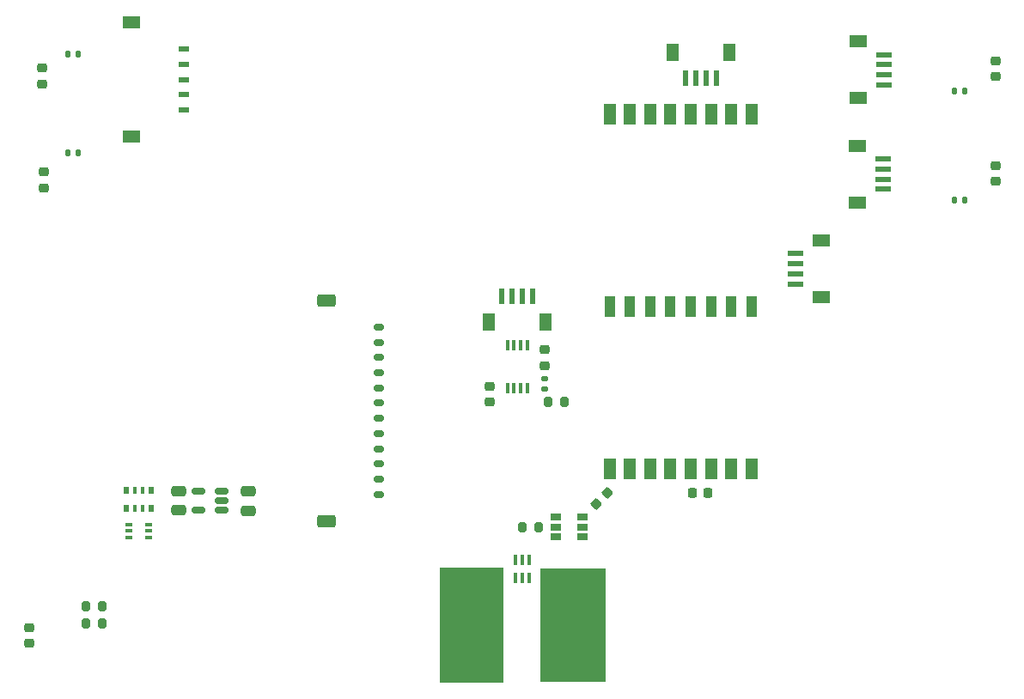
<source format=gbr>
%TF.GenerationSoftware,KiCad,Pcbnew,8.0.2-1*%
%TF.CreationDate,2024-06-23T19:16:47-07:00*%
%TF.ProjectId,antenna_top_cap_v2,616e7465-6e6e-4615-9f74-6f705f636170,rev?*%
%TF.SameCoordinates,Original*%
%TF.FileFunction,Paste,Top*%
%TF.FilePolarity,Positive*%
%FSLAX46Y46*%
G04 Gerber Fmt 4.6, Leading zero omitted, Abs format (unit mm)*
G04 Created by KiCad (PCBNEW 8.0.2-1) date 2024-06-23 19:16:47*
%MOMM*%
%LPD*%
G01*
G04 APERTURE LIST*
G04 Aperture macros list*
%AMRoundRect*
0 Rectangle with rounded corners*
0 $1 Rounding radius*
0 $2 $3 $4 $5 $6 $7 $8 $9 X,Y pos of 4 corners*
0 Add a 4 corners polygon primitive as box body*
4,1,4,$2,$3,$4,$5,$6,$7,$8,$9,$2,$3,0*
0 Add four circle primitives for the rounded corners*
1,1,$1+$1,$2,$3*
1,1,$1+$1,$4,$5*
1,1,$1+$1,$6,$7*
1,1,$1+$1,$8,$9*
0 Add four rect primitives between the rounded corners*
20,1,$1+$1,$2,$3,$4,$5,0*
20,1,$1+$1,$4,$5,$6,$7,0*
20,1,$1+$1,$6,$7,$8,$9,0*
20,1,$1+$1,$8,$9,$2,$3,0*%
G04 Aperture macros list end*
%ADD10RoundRect,0.200000X-0.200000X-0.275000X0.200000X-0.275000X0.200000X0.275000X-0.200000X0.275000X0*%
%ADD11R,0.600000X1.550000*%
%ADD12R,1.200000X1.800000*%
%ADD13R,0.350000X1.000000*%
%ADD14R,1.000000X2.000000*%
%ADD15R,1.550000X0.600000*%
%ADD16R,1.800000X1.200000*%
%ADD17R,1.000000X0.700000*%
%ADD18RoundRect,0.218750X0.256250X-0.218750X0.256250X0.218750X-0.256250X0.218750X-0.256250X-0.218750X0*%
%ADD19RoundRect,0.250000X0.475000X-0.250000X0.475000X0.250000X-0.475000X0.250000X-0.475000X-0.250000X0*%
%ADD20RoundRect,0.135000X0.135000X0.185000X-0.135000X0.185000X-0.135000X-0.185000X0.135000X-0.185000X0*%
%ADD21RoundRect,0.218750X-0.256250X0.218750X-0.256250X-0.218750X0.256250X-0.218750X0.256250X0.218750X0*%
%ADD22RoundRect,0.200000X0.200000X0.275000X-0.200000X0.275000X-0.200000X-0.275000X0.200000X-0.275000X0*%
%ADD23RoundRect,0.225000X0.225000X0.250000X-0.225000X0.250000X-0.225000X-0.250000X0.225000X-0.250000X0*%
%ADD24RoundRect,0.135000X-0.135000X-0.185000X0.135000X-0.185000X0.135000X0.185000X-0.135000X0.185000X0*%
%ADD25RoundRect,0.150000X-0.350000X0.150000X-0.350000X-0.150000X0.350000X-0.150000X0.350000X0.150000X0*%
%ADD26RoundRect,0.250000X-0.650000X0.375000X-0.650000X-0.375000X0.650000X-0.375000X0.650000X0.375000X0*%
%ADD27R,6.390000X11.320000*%
%ADD28R,6.400000X11.300000*%
%ADD29R,1.000000X0.600000*%
%ADD30R,1.800000X1.250000*%
%ADD31RoundRect,0.150000X0.512500X0.150000X-0.512500X0.150000X-0.512500X-0.150000X0.512500X-0.150000X0*%
%ADD32R,0.400000X1.100000*%
%ADD33RoundRect,0.225000X-0.250000X0.225000X-0.250000X-0.225000X0.250000X-0.225000X0.250000X0.225000X0*%
%ADD34R,1.300000X2.000000*%
%ADD35RoundRect,0.225000X0.250000X-0.225000X0.250000X0.225000X-0.250000X0.225000X-0.250000X-0.225000X0*%
%ADD36R,0.650000X0.400000*%
%ADD37RoundRect,0.225000X-0.017678X0.335876X-0.335876X0.017678X0.017678X-0.335876X0.335876X-0.017678X0*%
%ADD38R,0.500000X0.800000*%
%ADD39R,0.400000X0.800000*%
%ADD40RoundRect,0.135000X0.185000X-0.135000X0.185000X0.135000X-0.185000X0.135000X-0.185000X-0.135000X0*%
G04 APERTURE END LIST*
D10*
%TO.C,R4*%
X122695800Y-135769400D03*
X124345800Y-135769400D03*
%TD*%
D11*
%TO.C,J17*%
X181845800Y-81944400D03*
X182845800Y-81944400D03*
X183845800Y-81944400D03*
X184845800Y-81944400D03*
D12*
X180545800Y-79419400D03*
X186145800Y-79419400D03*
%TD*%
D13*
%TO.C,U3*%
X166395800Y-129469399D03*
X165745800Y-129469400D03*
X165095800Y-129469399D03*
X165095800Y-131269401D03*
X165745800Y-131269400D03*
X166395800Y-131269401D03*
%TD*%
D14*
%TO.C,U6*%
X188345800Y-104529400D03*
X186345800Y-104529400D03*
X184345800Y-104529400D03*
X182345800Y-104529400D03*
X180345800Y-104529400D03*
X178345800Y-104529400D03*
X176345800Y-104529400D03*
X174345800Y-104529400D03*
X174345800Y-120529400D03*
X176345800Y-120529400D03*
X178345800Y-120529400D03*
X180345800Y-120529400D03*
X182345800Y-120529400D03*
X184345800Y-120529400D03*
X186345800Y-120529400D03*
X188345800Y-120529400D03*
%TD*%
D15*
%TO.C,J16*%
X201350800Y-82659400D03*
X201350800Y-81659400D03*
X201350800Y-80659400D03*
X201350800Y-79659400D03*
D16*
X198825800Y-83959400D03*
X198825800Y-78359400D03*
%TD*%
D17*
%TO.C,U4*%
X171645800Y-127169400D03*
X171645800Y-126219400D03*
X171645800Y-125269400D03*
X169045800Y-125269400D03*
X169045800Y-126219400D03*
X169045800Y-127169400D03*
%TD*%
D18*
%TO.C,D1*%
X167945800Y-110306900D03*
X167945800Y-108731900D03*
%TD*%
D15*
%TO.C,J14*%
X201305800Y-92939400D03*
X201305800Y-91939400D03*
X201305800Y-90939400D03*
X201305800Y-89939400D03*
D16*
X198780800Y-94239400D03*
X198780800Y-88639400D03*
%TD*%
D18*
%TO.C,D4*%
X212355800Y-92154400D03*
X212355800Y-90579400D03*
%TD*%
%TO.C,D5*%
X212365800Y-81824400D03*
X212365800Y-80249400D03*
%TD*%
D11*
%TO.C,J4*%
X166745800Y-103506900D03*
X165745800Y-103506900D03*
X164745800Y-103506900D03*
X163745800Y-103506900D03*
D12*
X168045800Y-106031900D03*
X162445800Y-106031900D03*
%TD*%
D19*
%TO.C,C2*%
X131845800Y-124569399D03*
X131845800Y-122669401D03*
%TD*%
D20*
%TO.C,R6*%
X121995800Y-89359400D03*
X120975800Y-89359400D03*
%TD*%
D19*
%TO.C,C1*%
X138745800Y-124619400D03*
X138745800Y-122719400D03*
%TD*%
D21*
%TO.C,D3*%
X118595800Y-91199400D03*
X118595800Y-92774400D03*
%TD*%
D22*
%TO.C,R10*%
X167370800Y-126219400D03*
X165720800Y-126219400D03*
%TD*%
D23*
%TO.C,C4*%
X184050800Y-122869400D03*
X182500800Y-122869400D03*
%TD*%
D24*
%TO.C,R8*%
X208325800Y-83259400D03*
X209345800Y-83259400D03*
%TD*%
D25*
%TO.C,J19*%
X151645800Y-106519401D03*
X151645800Y-108019400D03*
X151645800Y-109519400D03*
X151645800Y-111019400D03*
X151645800Y-112519400D03*
X151645800Y-114019399D03*
X151645800Y-115519401D03*
X151645800Y-117019400D03*
X151645800Y-118519400D03*
X151645800Y-120019400D03*
X151645800Y-121519400D03*
X151645800Y-123019399D03*
D26*
X146455800Y-103914400D03*
X146455800Y-125624400D03*
%TD*%
D27*
%TO.C,J6*%
X160783800Y-135889400D03*
D28*
X170745800Y-135869400D03*
%TD*%
D10*
%TO.C,R9*%
X168245800Y-113919400D03*
X169895800Y-113919400D03*
%TD*%
D29*
%TO.C,J12*%
X132415800Y-79119400D03*
X132415800Y-80619400D03*
X132415800Y-82119400D03*
X132415800Y-83619400D03*
X132415800Y-85119400D03*
D30*
X127225800Y-76514400D03*
X127225800Y-87724400D03*
%TD*%
D31*
%TO.C,U2*%
X136083300Y-124569399D03*
X136083300Y-123619400D03*
X136083300Y-122669401D03*
X133808300Y-122669401D03*
X133808300Y-124569399D03*
%TD*%
D32*
%TO.C,IC1*%
X166220801Y-108269400D03*
X165570800Y-108269400D03*
X164920800Y-108269400D03*
X164270799Y-108269400D03*
X164270799Y-112569400D03*
X164920800Y-112569400D03*
X165570800Y-112569400D03*
X166220801Y-112569400D03*
%TD*%
D24*
%TO.C,R7*%
X208345800Y-94019400D03*
X209365800Y-94019400D03*
%TD*%
D10*
%TO.C,R2*%
X122710800Y-134049400D03*
X124360800Y-134049400D03*
%TD*%
D33*
%TO.C,C3*%
X117145800Y-136144400D03*
X117145800Y-137694400D03*
%TD*%
D34*
%TO.C,U5*%
X174337300Y-120534401D03*
X176337300Y-120534401D03*
X178337300Y-120534401D03*
X180337300Y-120534401D03*
X182337300Y-120534401D03*
X184337300Y-120534401D03*
X186337300Y-120534401D03*
X188337300Y-120534401D03*
X188337300Y-85534401D03*
X186337300Y-85534401D03*
X184337300Y-85534401D03*
X182337300Y-85534401D03*
X180337300Y-85534401D03*
X178337300Y-85534401D03*
X176337300Y-85534401D03*
X174337300Y-85534401D03*
%TD*%
D35*
%TO.C,C6*%
X162545800Y-113894400D03*
X162545800Y-112344400D03*
%TD*%
D36*
%TO.C,Q1*%
X128895800Y-127269400D03*
X128895799Y-126619400D03*
X128895800Y-125969400D03*
X126995800Y-125969400D03*
X126995801Y-126619400D03*
X126995800Y-127269400D03*
%TD*%
D37*
%TO.C,C8*%
X174093808Y-122871392D03*
X172997792Y-123967408D03*
%TD*%
D21*
%TO.C,D2*%
X118445800Y-80989400D03*
X118445800Y-82564400D03*
%TD*%
D15*
%TO.C,J18*%
X192640800Y-99259400D03*
X192640800Y-100259400D03*
X192640800Y-101259400D03*
X192640800Y-102259400D03*
D16*
X195165800Y-97959400D03*
X195165800Y-103559400D03*
%TD*%
D38*
%TO.C,R3*%
X129145800Y-122619400D03*
D39*
X128345800Y-122619400D03*
X127545800Y-122619400D03*
D38*
X126745800Y-122619400D03*
X126745800Y-124419400D03*
D39*
X127545800Y-124419400D03*
X128345800Y-124419400D03*
D38*
X129145800Y-124419400D03*
%TD*%
D20*
%TO.C,R5*%
X121965800Y-79609400D03*
X120945800Y-79609400D03*
%TD*%
D40*
%TO.C,R1*%
X167945800Y-112629399D03*
X167945800Y-111609401D03*
%TD*%
M02*

</source>
